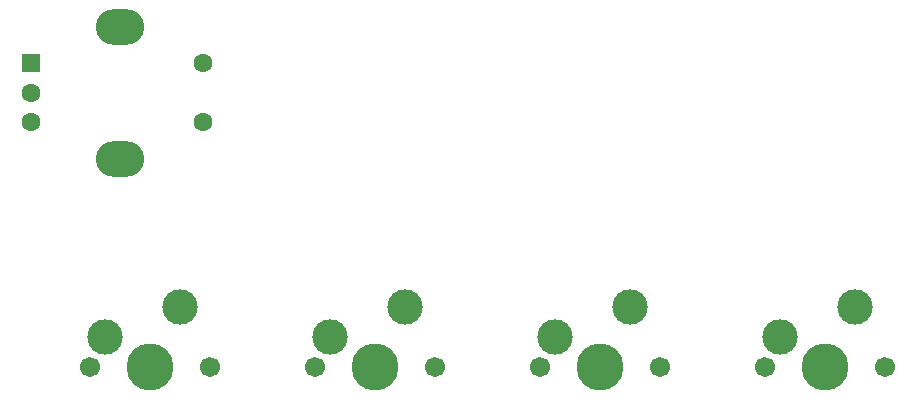
<source format=gbr>
%TF.GenerationSoftware,KiCad,Pcbnew,7.0.10*%
%TF.CreationDate,2026-02-06T21:47:15-08:00*%
%TF.ProjectId,4kemp,346b656d-702e-46b6-9963-61645f706362,rev?*%
%TF.SameCoordinates,Original*%
%TF.FileFunction,Soldermask,Top*%
%TF.FilePolarity,Negative*%
%FSLAX46Y46*%
G04 Gerber Fmt 4.6, Leading zero omitted, Abs format (unit mm)*
G04 Created by KiCad (PCBNEW 7.0.10) date 2026-02-06 21:47:15*
%MOMM*%
%LPD*%
G01*
G04 APERTURE LIST*
G04 Aperture macros list*
%AMRoundRect*
0 Rectangle with rounded corners*
0 $1 Rounding radius*
0 $2 $3 $4 $5 $6 $7 $8 $9 X,Y pos of 4 corners*
0 Add a 4 corners polygon primitive as box body*
4,1,4,$2,$3,$4,$5,$6,$7,$8,$9,$2,$3,0*
0 Add four circle primitives for the rounded corners*
1,1,$1+$1,$2,$3*
1,1,$1+$1,$4,$5*
1,1,$1+$1,$6,$7*
1,1,$1+$1,$8,$9*
0 Add four rect primitives between the rounded corners*
20,1,$1+$1,$2,$3,$4,$5,0*
20,1,$1+$1,$4,$5,$6,$7,0*
20,1,$1+$1,$6,$7,$8,$9,0*
20,1,$1+$1,$8,$9,$2,$3,0*%
G04 Aperture macros list end*
%ADD10RoundRect,0.250000X-0.550000X-0.550000X0.550000X-0.550000X0.550000X0.550000X-0.550000X0.550000X0*%
%ADD11C,1.600000*%
%ADD12O,4.100000X3.000000*%
%ADD13C,1.701800*%
%ADD14C,3.000000*%
%ADD15C,3.987800*%
G04 APERTURE END LIST*
D10*
%TO.C,SW5*%
X38451100Y-50649300D03*
D11*
X38451100Y-55649300D03*
X38451100Y-53149300D03*
X52951100Y-50649300D03*
X52951100Y-55649300D03*
D12*
X45951100Y-47549300D03*
X45951100Y-58749300D03*
%TD*%
D13*
%TO.C,SW2*%
X62511100Y-76359300D03*
D14*
X63781100Y-73819300D03*
D15*
X67591100Y-76359300D03*
D14*
X70131100Y-71279300D03*
D13*
X72671100Y-76359300D03*
%TD*%
%TO.C,SW3*%
X81561100Y-76359300D03*
D14*
X82831100Y-73819300D03*
D15*
X86641100Y-76359300D03*
D14*
X89181100Y-71279300D03*
D13*
X91721100Y-76359300D03*
%TD*%
%TO.C,SW4*%
X100611100Y-76359300D03*
D14*
X101881100Y-73819300D03*
D15*
X105691100Y-76359300D03*
D14*
X108231100Y-71279300D03*
D13*
X110771100Y-76359300D03*
%TD*%
%TO.C,SW1*%
X43461100Y-76359300D03*
D14*
X44731100Y-73819300D03*
D15*
X48541100Y-76359300D03*
D14*
X51081100Y-71279300D03*
D13*
X53621100Y-76359300D03*
%TD*%
M02*

</source>
